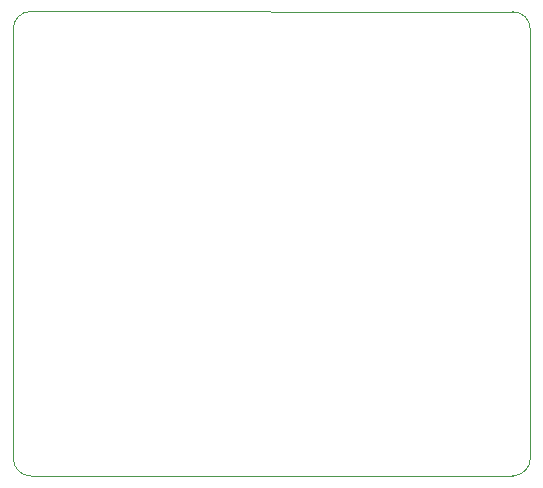
<source format=gbr>
G04 #@! TF.GenerationSoftware,KiCad,Pcbnew,7.0.6-7.0.6~ubuntu22.04.1*
G04 #@! TF.CreationDate,2023-08-08T18:58:17+02:00*
G04 #@! TF.ProjectId,Sensor_Nodes,53656e73-6f72-45f4-9e6f-6465732e6b69,rev?*
G04 #@! TF.SameCoordinates,Original*
G04 #@! TF.FileFunction,Profile,NP*
%FSLAX46Y46*%
G04 Gerber Fmt 4.6, Leading zero omitted, Abs format (unit mm)*
G04 Created by KiCad (PCBNEW 7.0.6-7.0.6~ubuntu22.04.1) date 2023-08-08 18:58:17*
%MOMM*%
%LPD*%
G01*
G04 APERTURE LIST*
G04 #@! TA.AperFunction,Profile*
%ADD10C,0.050000*%
G04 #@! TD*
G04 APERTURE END LIST*
D10*
X73920000Y-69500000D02*
G75*
G03*
X75420660Y-71020124I1500700J-19300D01*
G01*
X75400000Y-31679460D02*
X116200000Y-31700000D01*
X75400000Y-31679460D02*
G75*
G03*
X73920000Y-33200000I0J-1480540D01*
G01*
X117700000Y-69500000D02*
X117700000Y-33200000D01*
X75420660Y-71020124D02*
X116200000Y-71000000D01*
X73920000Y-69500000D02*
X73920000Y-33200000D01*
X117700000Y-33200000D02*
G75*
G03*
X116200000Y-31700000I-1500000J0D01*
G01*
X116200000Y-71000000D02*
G75*
G03*
X117700000Y-69500000I0J1500000D01*
G01*
M02*

</source>
